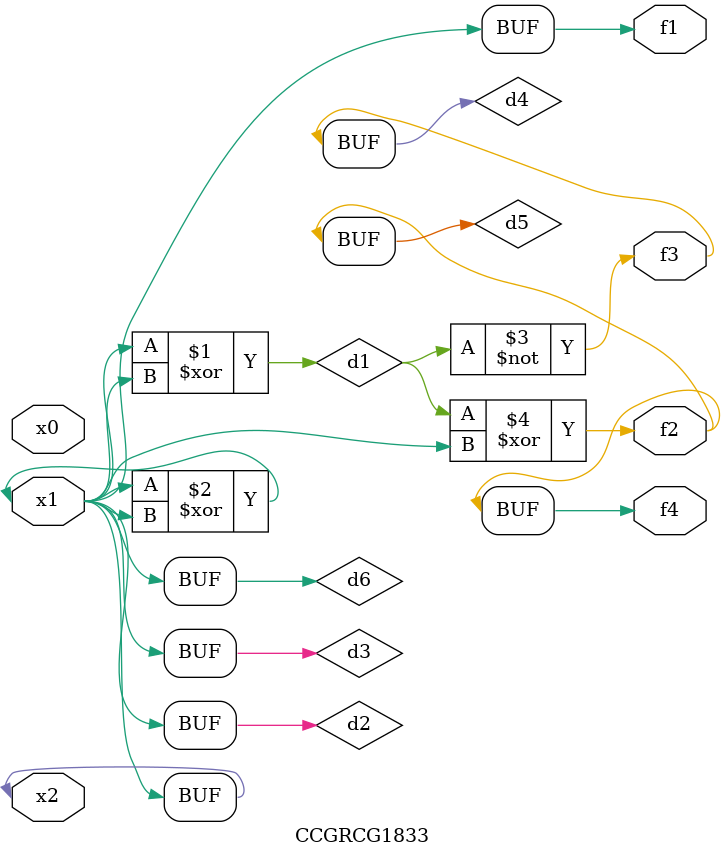
<source format=v>
module CCGRCG1833(
	input x0, x1, x2,
	output f1, f2, f3, f4
);

	wire d1, d2, d3, d4, d5, d6;

	xor (d1, x1, x2);
	buf (d2, x1, x2);
	xor (d3, x1, x2);
	nor (d4, d1);
	xor (d5, d1, d2);
	buf (d6, d2, d3);
	assign f1 = d6;
	assign f2 = d5;
	assign f3 = d4;
	assign f4 = d5;
endmodule

</source>
